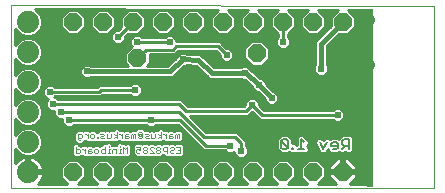
<source format=gbl>
G75*
%MOIN*%
%OFA0B0*%
%FSLAX25Y25*%
%IPPOS*%
%LPD*%
%AMOC8*
5,1,8,0,0,1.08239X$1,22.5*
%
%ADD10C,0.00000*%
%ADD11C,0.00600*%
%ADD12C,0.00400*%
%ADD13R,0.01969X0.59449*%
%ADD14C,0.03575*%
%ADD15C,0.07400*%
%ADD16OC8,0.06000*%
%ADD17C,0.01000*%
%ADD18C,0.02400*%
%ADD19C,0.01200*%
%ADD20C,0.03200*%
%ADD21C,0.01600*%
D10*
X0001250Y0002383D02*
X0001250Y0063593D01*
X0142451Y0063343D01*
X0142451Y0002383D01*
X0001250Y0002383D01*
D11*
X0091424Y0016000D02*
X0091991Y0015433D01*
X0093126Y0015433D01*
X0093693Y0016000D01*
X0091424Y0018269D01*
X0091424Y0016000D01*
X0093693Y0016000D02*
X0093693Y0018269D01*
X0093126Y0018836D01*
X0091991Y0018836D01*
X0091424Y0018269D01*
X0094967Y0016000D02*
X0094967Y0015433D01*
X0095534Y0015433D01*
X0095534Y0016000D01*
X0094967Y0016000D01*
X0096949Y0015433D02*
X0099217Y0015433D01*
X0098083Y0015433D02*
X0098083Y0018836D01*
X0099217Y0017701D01*
X0104315Y0017701D02*
X0105449Y0015433D01*
X0106584Y0017701D01*
X0107998Y0017134D02*
X0107998Y0016567D01*
X0110267Y0016567D01*
X0110267Y0016000D02*
X0110267Y0017134D01*
X0109700Y0017701D01*
X0108565Y0017701D01*
X0107998Y0017134D01*
X0109700Y0015433D02*
X0110267Y0016000D01*
X0109700Y0015433D02*
X0108565Y0015433D01*
X0111681Y0015433D02*
X0112816Y0016567D01*
X0112249Y0016567D02*
X0113950Y0016567D01*
X0113950Y0015433D02*
X0113950Y0018836D01*
X0112249Y0018836D01*
X0111681Y0018269D01*
X0111681Y0017134D01*
X0112249Y0016567D01*
D12*
X0057800Y0016084D02*
X0057800Y0014083D01*
X0056466Y0014083D01*
X0055590Y0014416D02*
X0055257Y0014083D01*
X0054589Y0014083D01*
X0054256Y0014416D01*
X0054256Y0014750D01*
X0054589Y0015084D01*
X0055257Y0015084D01*
X0055590Y0015417D01*
X0055590Y0015751D01*
X0055257Y0016084D01*
X0054589Y0016084D01*
X0054256Y0015751D01*
X0053380Y0016084D02*
X0052379Y0016084D01*
X0052046Y0015751D01*
X0052046Y0015084D01*
X0052379Y0014750D01*
X0053380Y0014750D01*
X0053380Y0014083D02*
X0053380Y0016084D01*
X0051170Y0015751D02*
X0051170Y0015417D01*
X0050837Y0015084D01*
X0050170Y0015084D01*
X0049836Y0014750D01*
X0049836Y0014416D01*
X0050170Y0014083D01*
X0050837Y0014083D01*
X0051170Y0014416D01*
X0051170Y0014750D01*
X0050837Y0015084D01*
X0050170Y0015084D02*
X0049836Y0015417D01*
X0049836Y0015751D01*
X0050170Y0016084D01*
X0050837Y0016084D01*
X0051170Y0015751D01*
X0048960Y0015751D02*
X0048627Y0016084D01*
X0047960Y0016084D01*
X0047626Y0015751D01*
X0047626Y0015417D01*
X0048960Y0014083D01*
X0047626Y0014083D01*
X0046751Y0014416D02*
X0046751Y0014750D01*
X0046417Y0015084D01*
X0045750Y0015084D01*
X0045416Y0014750D01*
X0045416Y0014416D01*
X0045750Y0014083D01*
X0046417Y0014083D01*
X0046751Y0014416D01*
X0046417Y0015084D02*
X0046751Y0015417D01*
X0046751Y0015751D01*
X0046417Y0016084D01*
X0045750Y0016084D01*
X0045416Y0015751D01*
X0045416Y0015417D01*
X0045750Y0015084D01*
X0044541Y0015084D02*
X0043873Y0015417D01*
X0043540Y0015417D01*
X0043206Y0015084D01*
X0043206Y0014416D01*
X0043540Y0014083D01*
X0044207Y0014083D01*
X0044541Y0014416D01*
X0044541Y0015084D02*
X0044541Y0016084D01*
X0043206Y0016084D01*
X0040121Y0016084D02*
X0040121Y0014083D01*
X0038786Y0014083D02*
X0038786Y0016084D01*
X0039454Y0015417D01*
X0040121Y0016084D01*
X0037911Y0015417D02*
X0037577Y0015417D01*
X0037577Y0014083D01*
X0037244Y0014083D02*
X0037911Y0014083D01*
X0036438Y0014083D02*
X0036438Y0015417D01*
X0035437Y0015417D01*
X0035103Y0015084D01*
X0035103Y0014083D01*
X0034228Y0014083D02*
X0033561Y0014083D01*
X0033894Y0014083D02*
X0033894Y0015417D01*
X0034228Y0015417D01*
X0033894Y0016084D02*
X0033894Y0016418D01*
X0032755Y0016084D02*
X0032755Y0014083D01*
X0031754Y0014083D01*
X0031420Y0014416D01*
X0031420Y0015084D01*
X0031754Y0015417D01*
X0032755Y0015417D01*
X0030545Y0015084D02*
X0030545Y0014416D01*
X0030211Y0014083D01*
X0029544Y0014083D01*
X0029210Y0014416D01*
X0029210Y0015084D01*
X0029544Y0015417D01*
X0030211Y0015417D01*
X0030545Y0015084D01*
X0028335Y0014416D02*
X0028001Y0014750D01*
X0027000Y0014750D01*
X0027000Y0015084D02*
X0027000Y0014083D01*
X0028001Y0014083D01*
X0028335Y0014416D01*
X0027334Y0015417D02*
X0027000Y0015084D01*
X0027334Y0015417D02*
X0028001Y0015417D01*
X0026125Y0015417D02*
X0026125Y0014083D01*
X0026125Y0014750D02*
X0025458Y0015417D01*
X0025124Y0015417D01*
X0024283Y0015084D02*
X0023950Y0015417D01*
X0022949Y0015417D01*
X0022949Y0016084D02*
X0022949Y0014083D01*
X0023950Y0014083D01*
X0024283Y0014416D01*
X0024283Y0015084D01*
X0024138Y0018416D02*
X0023804Y0018749D01*
X0023804Y0020417D01*
X0024805Y0020417D01*
X0025138Y0020084D01*
X0025138Y0019416D01*
X0024805Y0019083D01*
X0023804Y0019083D01*
X0024138Y0018416D02*
X0024471Y0018416D01*
X0026980Y0019083D02*
X0026980Y0020417D01*
X0026980Y0019750D02*
X0026313Y0020417D01*
X0025979Y0020417D01*
X0027855Y0020084D02*
X0027855Y0019416D01*
X0028189Y0019083D01*
X0028856Y0019083D01*
X0029190Y0019416D01*
X0029190Y0020084D01*
X0028856Y0020417D01*
X0028189Y0020417D01*
X0027855Y0020084D01*
X0029961Y0019416D02*
X0029961Y0019083D01*
X0030295Y0019083D01*
X0030295Y0019416D01*
X0029961Y0019416D01*
X0031170Y0019416D02*
X0031504Y0019083D01*
X0032505Y0019083D01*
X0032171Y0019750D02*
X0031504Y0019750D01*
X0031170Y0019416D01*
X0031170Y0020417D02*
X0032171Y0020417D01*
X0032505Y0020084D01*
X0032171Y0019750D01*
X0033380Y0019083D02*
X0033380Y0020417D01*
X0034715Y0020417D02*
X0034715Y0019416D01*
X0034381Y0019083D01*
X0033380Y0019083D01*
X0035555Y0019083D02*
X0036556Y0019750D01*
X0035555Y0020417D01*
X0036556Y0021084D02*
X0036556Y0019083D01*
X0037730Y0020417D02*
X0038398Y0019750D01*
X0038398Y0019083D02*
X0038398Y0020417D01*
X0037730Y0020417D02*
X0037397Y0020417D01*
X0039273Y0020084D02*
X0039273Y0019083D01*
X0040274Y0019083D01*
X0040608Y0019416D01*
X0040274Y0019750D01*
X0039273Y0019750D01*
X0039273Y0020084D02*
X0039607Y0020417D01*
X0040274Y0020417D01*
X0041483Y0020084D02*
X0041483Y0019083D01*
X0042150Y0019083D02*
X0042150Y0020084D01*
X0041817Y0020417D01*
X0041483Y0020084D01*
X0042150Y0020084D02*
X0042484Y0020417D01*
X0042817Y0020417D01*
X0042817Y0019083D01*
X0043693Y0019416D02*
X0044026Y0019083D01*
X0044694Y0019083D01*
X0045027Y0019416D01*
X0045027Y0020751D01*
X0044694Y0021084D01*
X0044026Y0021084D01*
X0043693Y0020751D01*
X0043693Y0020084D01*
X0044026Y0019750D01*
X0044026Y0020417D01*
X0044694Y0020417D01*
X0044694Y0019750D01*
X0044026Y0019750D01*
X0045903Y0019416D02*
X0046236Y0019750D01*
X0046904Y0019750D01*
X0047237Y0020084D01*
X0046904Y0020417D01*
X0045903Y0020417D01*
X0045903Y0019416D02*
X0046236Y0019083D01*
X0047237Y0019083D01*
X0048113Y0019083D02*
X0048113Y0020417D01*
X0049447Y0020417D02*
X0049447Y0019416D01*
X0049113Y0019083D01*
X0048113Y0019083D01*
X0050288Y0019083D02*
X0051289Y0019750D01*
X0050288Y0020417D01*
X0051289Y0021084D02*
X0051289Y0019083D01*
X0052129Y0020417D02*
X0052463Y0020417D01*
X0053130Y0019750D01*
X0053130Y0019083D02*
X0053130Y0020417D01*
X0054006Y0020084D02*
X0054006Y0019083D01*
X0055007Y0019083D01*
X0055340Y0019416D01*
X0055007Y0019750D01*
X0054006Y0019750D01*
X0054006Y0020084D02*
X0054339Y0020417D01*
X0055007Y0020417D01*
X0056216Y0020084D02*
X0056216Y0019083D01*
X0056883Y0019083D02*
X0056883Y0020084D01*
X0056549Y0020417D01*
X0056216Y0020084D01*
X0056883Y0020084D02*
X0057216Y0020417D01*
X0057550Y0020417D01*
X0057550Y0019083D01*
X0057800Y0016084D02*
X0056466Y0016084D01*
X0057133Y0015084D02*
X0057800Y0015084D01*
X0037577Y0016084D02*
X0037577Y0016418D01*
D13*
X0121016Y0032627D03*
D14*
X0121016Y0043611D03*
X0121016Y0058611D03*
D15*
X0007000Y0057883D03*
X0007000Y0047883D03*
X0007000Y0037883D03*
X0007000Y0027883D03*
X0007000Y0017883D03*
X0007000Y0007883D03*
D16*
X0022000Y0007883D03*
X0032000Y0007883D03*
X0042000Y0007883D03*
X0052000Y0007883D03*
X0062000Y0007883D03*
X0072000Y0007883D03*
X0082000Y0007883D03*
X0092000Y0007883D03*
X0102000Y0007883D03*
X0112000Y0007883D03*
X0043500Y0045883D03*
X0042000Y0057883D03*
X0032000Y0057883D03*
X0022000Y0057883D03*
X0052000Y0057883D03*
X0062000Y0057883D03*
X0072000Y0057883D03*
X0082000Y0057883D03*
X0092000Y0057883D03*
X0102000Y0057883D03*
X0112000Y0057883D03*
X0083250Y0047383D03*
D17*
X0087350Y0047066D02*
X0102850Y0047066D01*
X0102850Y0046067D02*
X0087350Y0046067D01*
X0087350Y0045684D02*
X0084948Y0043283D01*
X0081552Y0043283D01*
X0079150Y0045684D01*
X0079150Y0049081D01*
X0081552Y0051483D01*
X0084948Y0051483D01*
X0087350Y0049081D01*
X0087350Y0045684D01*
X0086734Y0045069D02*
X0102850Y0045069D01*
X0102850Y0044070D02*
X0085736Y0044070D01*
X0081312Y0042073D02*
X0102450Y0042073D01*
X0102450Y0041180D02*
X0102450Y0043085D01*
X0102850Y0043485D01*
X0102850Y0051420D01*
X0107900Y0056470D01*
X0107900Y0059581D01*
X0110219Y0061900D01*
X0103769Y0061912D01*
X0106100Y0059581D01*
X0106100Y0056184D01*
X0103698Y0053783D01*
X0100302Y0053783D01*
X0097900Y0056184D01*
X0097900Y0059581D01*
X0100237Y0061918D01*
X0093751Y0061930D01*
X0096100Y0059581D01*
X0096100Y0056184D01*
X0093698Y0053783D01*
X0093600Y0053783D01*
X0093600Y0052785D01*
X0094300Y0052085D01*
X0094300Y0050180D01*
X0092953Y0048833D01*
X0091047Y0048833D01*
X0089700Y0050180D01*
X0089700Y0052085D01*
X0090400Y0052785D01*
X0090400Y0053783D01*
X0090302Y0053783D01*
X0087900Y0056184D01*
X0087900Y0059581D01*
X0090255Y0061936D01*
X0083734Y0061947D01*
X0086100Y0059581D01*
X0086100Y0056184D01*
X0083698Y0053783D01*
X0080302Y0053783D01*
X0077900Y0056184D01*
X0077900Y0059581D01*
X0080272Y0061953D01*
X0073716Y0061965D01*
X0076100Y0059581D01*
X0076100Y0056184D01*
X0073698Y0053783D01*
X0070302Y0053783D01*
X0067900Y0056184D01*
X0067900Y0059581D01*
X0070290Y0061971D01*
X0009412Y0062079D01*
X0009719Y0061952D01*
X0011069Y0060602D01*
X0011800Y0058838D01*
X0011800Y0056928D01*
X0011069Y0055164D01*
X0009719Y0053814D01*
X0007955Y0053083D01*
X0006045Y0053083D01*
X0004281Y0053814D01*
X0002931Y0055164D01*
X0002750Y0055600D01*
X0002750Y0050165D01*
X0002931Y0050602D01*
X0004281Y0051952D01*
X0006045Y0052683D01*
X0007955Y0052683D01*
X0009719Y0051952D01*
X0011069Y0050602D01*
X0011800Y0048838D01*
X0011800Y0046928D01*
X0011069Y0045164D01*
X0009719Y0043814D01*
X0007955Y0043083D01*
X0006045Y0043083D01*
X0004281Y0043814D01*
X0002931Y0045164D01*
X0002750Y0045600D01*
X0002750Y0040165D01*
X0002931Y0040602D01*
X0004281Y0041952D01*
X0006045Y0042683D01*
X0007955Y0042683D01*
X0009719Y0041952D01*
X0011069Y0040602D01*
X0011800Y0038838D01*
X0011800Y0036928D01*
X0011069Y0035164D01*
X0009719Y0033814D01*
X0007955Y0033083D01*
X0006045Y0033083D01*
X0004281Y0033814D01*
X0002931Y0035164D01*
X0002750Y0035600D01*
X0002750Y0030165D01*
X0002931Y0030602D01*
X0004281Y0031952D01*
X0006045Y0032683D01*
X0007955Y0032683D01*
X0009719Y0031952D01*
X0011069Y0030602D01*
X0011800Y0028838D01*
X0011800Y0026928D01*
X0011069Y0025164D01*
X0009719Y0023814D01*
X0007955Y0023083D01*
X0006045Y0023083D01*
X0004281Y0023814D01*
X0002931Y0025164D01*
X0002750Y0025600D01*
X0002750Y0020165D01*
X0002931Y0020602D01*
X0004281Y0021952D01*
X0006045Y0022683D01*
X0007955Y0022683D01*
X0009719Y0021952D01*
X0011069Y0020602D01*
X0011800Y0018838D01*
X0011800Y0016928D01*
X0011069Y0015164D01*
X0009719Y0013814D01*
X0007955Y0013083D01*
X0006045Y0013083D01*
X0004281Y0013814D01*
X0002931Y0015164D01*
X0002750Y0015600D01*
X0002750Y0010880D01*
X0003034Y0011270D01*
X0003612Y0011849D01*
X0004275Y0012330D01*
X0005004Y0012702D01*
X0005782Y0012955D01*
X0006500Y0013068D01*
X0006500Y0008383D01*
X0007500Y0008383D01*
X0007500Y0013068D01*
X0008218Y0012955D01*
X0008996Y0012702D01*
X0009725Y0012330D01*
X0010388Y0011849D01*
X0010966Y0011270D01*
X0011447Y0010608D01*
X0011819Y0009879D01*
X0012072Y0009100D01*
X0012186Y0008383D01*
X0007500Y0008383D01*
X0007500Y0007383D01*
X0012186Y0007383D01*
X0012072Y0006665D01*
X0011819Y0005887D01*
X0011447Y0005157D01*
X0010966Y0004495D01*
X0010388Y0003916D01*
X0010341Y0003883D01*
X0020202Y0003883D01*
X0017900Y0006184D01*
X0017900Y0009581D01*
X0020302Y0011983D01*
X0023698Y0011983D01*
X0026100Y0009581D01*
X0026100Y0006184D01*
X0023798Y0003883D01*
X0030202Y0003883D01*
X0027900Y0006184D01*
X0027900Y0009581D01*
X0030302Y0011983D01*
X0033698Y0011983D01*
X0036100Y0009581D01*
X0036100Y0006184D01*
X0033798Y0003883D01*
X0040202Y0003883D01*
X0037900Y0006184D01*
X0037900Y0009581D01*
X0040302Y0011983D01*
X0043698Y0011983D01*
X0046100Y0009581D01*
X0046100Y0006184D01*
X0043798Y0003883D01*
X0050202Y0003883D01*
X0047900Y0006184D01*
X0047900Y0009581D01*
X0050302Y0011983D01*
X0053698Y0011983D01*
X0056100Y0009581D01*
X0056100Y0006184D01*
X0053798Y0003883D01*
X0060202Y0003883D01*
X0057900Y0006184D01*
X0057900Y0009581D01*
X0060302Y0011983D01*
X0063698Y0011983D01*
X0066100Y0009581D01*
X0066100Y0006184D01*
X0063798Y0003883D01*
X0070202Y0003883D01*
X0067900Y0006184D01*
X0067900Y0009581D01*
X0070302Y0011983D01*
X0073698Y0011983D01*
X0076100Y0009581D01*
X0076100Y0006184D01*
X0073798Y0003883D01*
X0080202Y0003883D01*
X0077900Y0006184D01*
X0077900Y0009581D01*
X0080302Y0011983D01*
X0083698Y0011983D01*
X0086100Y0009581D01*
X0086100Y0006184D01*
X0083798Y0003883D01*
X0090202Y0003883D01*
X0087900Y0006184D01*
X0087900Y0009581D01*
X0090302Y0011983D01*
X0093698Y0011983D01*
X0096100Y0009581D01*
X0096100Y0006184D01*
X0093798Y0003883D01*
X0100202Y0003883D01*
X0097900Y0006184D01*
X0097900Y0009581D01*
X0100302Y0011983D01*
X0103698Y0011983D01*
X0106100Y0009581D01*
X0106100Y0006184D01*
X0103798Y0003883D01*
X0109636Y0003883D01*
X0107500Y0006019D01*
X0107500Y0007383D01*
X0111500Y0007383D01*
X0111500Y0008383D01*
X0111500Y0012383D01*
X0110136Y0012383D01*
X0107500Y0009747D01*
X0107500Y0008383D01*
X0111500Y0008383D01*
X0112500Y0008383D01*
X0112500Y0012383D01*
X0113864Y0012383D01*
X0116500Y0009747D01*
X0116500Y0008383D01*
X0112500Y0008383D01*
X0112500Y0007383D01*
X0116500Y0007383D01*
X0116500Y0006019D01*
X0114364Y0003883D01*
X0118931Y0003883D01*
X0118931Y0041612D01*
X0118568Y0041976D01*
X0118128Y0043037D01*
X0118128Y0044185D01*
X0118568Y0045247D01*
X0118931Y0045610D01*
X0118931Y0056612D01*
X0118568Y0056976D01*
X0118128Y0058037D01*
X0118128Y0059185D01*
X0118568Y0060247D01*
X0118931Y0060610D01*
X0118931Y0061885D01*
X0113787Y0061894D01*
X0116100Y0059581D01*
X0116100Y0056184D01*
X0113698Y0053783D01*
X0110587Y0053783D01*
X0106650Y0049846D01*
X0106650Y0043485D01*
X0107050Y0043085D01*
X0107050Y0041180D01*
X0105703Y0039833D01*
X0103797Y0039833D01*
X0102450Y0041180D01*
X0102555Y0041075D02*
X0082329Y0041075D01*
X0081550Y0041810D02*
X0081550Y0041835D01*
X0080203Y0043183D01*
X0078297Y0043183D01*
X0077897Y0042783D01*
X0069005Y0042783D01*
X0065109Y0046463D01*
X0064631Y0046991D01*
X0064545Y0046995D01*
X0064482Y0047054D01*
X0063770Y0047034D01*
X0060171Y0047214D01*
X0059703Y0047683D01*
X0057797Y0047683D01*
X0056450Y0046335D01*
X0056450Y0045880D01*
X0053528Y0043283D01*
X0046698Y0043283D01*
X0047600Y0044184D01*
X0047600Y0047033D01*
X0055913Y0047033D01*
X0056850Y0047970D01*
X0057163Y0048283D01*
X0069587Y0048283D01*
X0070950Y0046920D01*
X0070950Y0045930D01*
X0072297Y0044583D01*
X0074203Y0044583D01*
X0075550Y0045930D01*
X0075550Y0047835D01*
X0074203Y0049183D01*
X0073213Y0049183D01*
X0071850Y0050545D01*
X0070913Y0051483D01*
X0056550Y0051483D01*
X0056550Y0052085D01*
X0055203Y0053433D01*
X0053297Y0053433D01*
X0052597Y0052733D01*
X0045153Y0052733D01*
X0044453Y0053433D01*
X0042547Y0053433D01*
X0041200Y0052085D01*
X0041200Y0050180D01*
X0041600Y0049781D01*
X0039400Y0047581D01*
X0039400Y0044184D01*
X0040302Y0043283D01*
X0028103Y0043283D01*
X0027703Y0043683D01*
X0025797Y0043683D01*
X0024450Y0042335D01*
X0024450Y0040430D01*
X0025797Y0039083D01*
X0027703Y0039083D01*
X0028103Y0039483D01*
X0054194Y0039483D01*
X0054924Y0039440D01*
X0054972Y0039483D01*
X0055037Y0039483D01*
X0055554Y0040000D01*
X0059022Y0043083D01*
X0059703Y0043083D01*
X0060036Y0043416D01*
X0062955Y0043270D01*
X0066926Y0039520D01*
X0067463Y0038983D01*
X0067495Y0038983D01*
X0067518Y0038961D01*
X0068277Y0038983D01*
X0077897Y0038983D01*
X0078297Y0038583D01*
X0079433Y0038583D01*
X0081700Y0036442D01*
X0081700Y0035930D01*
X0083047Y0034583D01*
X0083613Y0034583D01*
X0085950Y0032246D01*
X0085950Y0031680D01*
X0087297Y0030333D01*
X0089203Y0030333D01*
X0090550Y0031680D01*
X0090550Y0033585D01*
X0089203Y0034933D01*
X0088637Y0034933D01*
X0086300Y0037270D01*
X0086300Y0037835D01*
X0084953Y0039183D01*
X0084332Y0039183D01*
X0081550Y0041810D01*
X0080314Y0043072D02*
X0102450Y0043072D01*
X0106650Y0044070D02*
X0118128Y0044070D01*
X0118494Y0045069D02*
X0106650Y0045069D01*
X0106650Y0046067D02*
X0118931Y0046067D01*
X0118931Y0047066D02*
X0106650Y0047066D01*
X0106650Y0048064D02*
X0118931Y0048064D01*
X0118931Y0049063D02*
X0106650Y0049063D01*
X0106866Y0050061D02*
X0118931Y0050061D01*
X0118931Y0051060D02*
X0107864Y0051060D01*
X0108863Y0052058D02*
X0118931Y0052058D01*
X0118931Y0053057D02*
X0109861Y0053057D01*
X0106484Y0055054D02*
X0104969Y0055054D01*
X0105486Y0054055D02*
X0103971Y0054055D01*
X0104487Y0053057D02*
X0093600Y0053057D01*
X0094300Y0052058D02*
X0103489Y0052058D01*
X0102850Y0051060D02*
X0094300Y0051060D01*
X0094181Y0050061D02*
X0102850Y0050061D01*
X0102850Y0049063D02*
X0093183Y0049063D01*
X0090817Y0049063D02*
X0087350Y0049063D01*
X0087350Y0048064D02*
X0102850Y0048064D01*
X0092000Y0051133D02*
X0092000Y0057883D01*
X0096100Y0058049D02*
X0097900Y0058049D01*
X0097900Y0059048D02*
X0096100Y0059048D01*
X0095635Y0060046D02*
X0098365Y0060046D01*
X0099364Y0061045D02*
X0094636Y0061045D01*
X0089364Y0061045D02*
X0084636Y0061045D01*
X0085635Y0060046D02*
X0088365Y0060046D01*
X0087900Y0059048D02*
X0086100Y0059048D01*
X0086100Y0058049D02*
X0087900Y0058049D01*
X0087900Y0057051D02*
X0086100Y0057051D01*
X0085968Y0056052D02*
X0088032Y0056052D01*
X0089031Y0055054D02*
X0084969Y0055054D01*
X0083971Y0054055D02*
X0090029Y0054055D01*
X0090400Y0053057D02*
X0055579Y0053057D01*
X0056550Y0052058D02*
X0089700Y0052058D01*
X0089700Y0051060D02*
X0085371Y0051060D01*
X0086370Y0050061D02*
X0089819Y0050061D01*
X0093971Y0054055D02*
X0100029Y0054055D01*
X0099031Y0055054D02*
X0094969Y0055054D01*
X0095968Y0056052D02*
X0098032Y0056052D01*
X0097900Y0057051D02*
X0096100Y0057051D01*
X0104636Y0061045D02*
X0109364Y0061045D01*
X0108365Y0060046D02*
X0105635Y0060046D01*
X0106100Y0059048D02*
X0107900Y0059048D01*
X0107900Y0058049D02*
X0106100Y0058049D01*
X0106100Y0057051D02*
X0107900Y0057051D01*
X0107483Y0056052D02*
X0105968Y0056052D01*
X0113971Y0054055D02*
X0118931Y0054055D01*
X0118931Y0055054D02*
X0114969Y0055054D01*
X0115968Y0056052D02*
X0118931Y0056052D01*
X0118537Y0057051D02*
X0116100Y0057051D01*
X0116100Y0058049D02*
X0118128Y0058049D01*
X0118128Y0059048D02*
X0116100Y0059048D01*
X0115635Y0060046D02*
X0118485Y0060046D01*
X0118931Y0061045D02*
X0114636Y0061045D01*
X0081129Y0051060D02*
X0071336Y0051060D01*
X0072334Y0050061D02*
X0080130Y0050061D01*
X0079150Y0049063D02*
X0074323Y0049063D01*
X0075321Y0048064D02*
X0079150Y0048064D01*
X0079150Y0047066D02*
X0075550Y0047066D01*
X0075550Y0046067D02*
X0079150Y0046067D01*
X0079766Y0045069D02*
X0074689Y0045069D01*
X0071811Y0045069D02*
X0066585Y0045069D01*
X0067642Y0044070D02*
X0080764Y0044070D01*
X0078186Y0043072D02*
X0068699Y0043072D01*
X0065280Y0041075D02*
X0056763Y0041075D01*
X0055640Y0040076D02*
X0066337Y0040076D01*
X0067368Y0039078D02*
X0011701Y0039078D01*
X0011800Y0038079D02*
X0079966Y0038079D01*
X0081023Y0037081D02*
X0044055Y0037081D01*
X0043703Y0037433D02*
X0041797Y0037433D01*
X0041097Y0036733D01*
X0031658Y0036733D01*
X0031164Y0036832D01*
X0031016Y0036733D01*
X0030837Y0036733D01*
X0030481Y0036376D01*
X0030266Y0036233D01*
X0015903Y0036233D01*
X0015203Y0036933D01*
X0013297Y0036933D01*
X0011950Y0035585D01*
X0011950Y0033680D01*
X0013297Y0032333D01*
X0013697Y0032333D01*
X0012950Y0031585D01*
X0012950Y0029680D01*
X0014297Y0028333D01*
X0015700Y0028333D01*
X0015700Y0026930D01*
X0017047Y0025583D01*
X0018450Y0025583D01*
X0018450Y0024180D01*
X0019797Y0022833D01*
X0021703Y0022833D01*
X0022403Y0023533D01*
X0046347Y0023533D01*
X0047047Y0022833D01*
X0048953Y0022833D01*
X0049653Y0023533D01*
X0057087Y0023533D01*
X0064650Y0015970D01*
X0065587Y0015033D01*
X0072847Y0015033D01*
X0073547Y0014333D01*
X0075453Y0014333D01*
X0075700Y0014580D01*
X0075700Y0013930D01*
X0077047Y0012583D01*
X0078953Y0012583D01*
X0080300Y0013930D01*
X0080300Y0015835D01*
X0079600Y0016535D01*
X0079600Y0018295D01*
X0078663Y0019233D01*
X0076663Y0021233D01*
X0066413Y0021233D01*
X0061113Y0026533D01*
X0080413Y0026533D01*
X0081713Y0027833D01*
X0081787Y0027833D01*
X0084337Y0025283D01*
X0108597Y0025283D01*
X0109297Y0024583D01*
X0111203Y0024583D01*
X0112550Y0025930D01*
X0112550Y0027835D01*
X0111203Y0029183D01*
X0109297Y0029183D01*
X0108597Y0028483D01*
X0085663Y0028483D01*
X0084050Y0030095D01*
X0084050Y0031085D01*
X0082703Y0032433D01*
X0080797Y0032433D01*
X0079450Y0031085D01*
X0079450Y0030095D01*
X0079087Y0029733D01*
X0060413Y0029733D01*
X0057913Y0032233D01*
X0016903Y0032233D01*
X0016203Y0032933D01*
X0015803Y0032933D01*
X0015903Y0033033D01*
X0030592Y0033033D01*
X0031086Y0032934D01*
X0031234Y0033033D01*
X0031413Y0033033D01*
X0031769Y0033389D01*
X0031984Y0033533D01*
X0041097Y0033533D01*
X0041797Y0032833D01*
X0043703Y0032833D01*
X0045050Y0034180D01*
X0045050Y0036085D01*
X0043703Y0037433D01*
X0045050Y0036082D02*
X0081700Y0036082D01*
X0082546Y0035084D02*
X0045050Y0035084D01*
X0044955Y0034085D02*
X0084111Y0034085D01*
X0085109Y0033087D02*
X0043957Y0033087D01*
X0041543Y0033087D02*
X0031467Y0033087D01*
X0030750Y0034633D02*
X0031500Y0035133D01*
X0042750Y0035133D01*
X0041445Y0037081D02*
X0011800Y0037081D01*
X0011450Y0036082D02*
X0012447Y0036082D01*
X0011950Y0035084D02*
X0010989Y0035084D01*
X0011950Y0034085D02*
X0009991Y0034085D01*
X0007964Y0033087D02*
X0012543Y0033087D01*
X0013453Y0032088D02*
X0009390Y0032088D01*
X0010581Y0031090D02*
X0012950Y0031090D01*
X0012950Y0030091D02*
X0011281Y0030091D01*
X0011694Y0029093D02*
X0013537Y0029093D01*
X0011800Y0028094D02*
X0015700Y0028094D01*
X0015700Y0027096D02*
X0011800Y0027096D01*
X0011456Y0026097D02*
X0016533Y0026097D01*
X0018450Y0025099D02*
X0011004Y0025099D01*
X0010005Y0024100D02*
X0018530Y0024100D01*
X0019529Y0023102D02*
X0008000Y0023102D01*
X0009354Y0022103D02*
X0035736Y0022103D01*
X0036018Y0022384D02*
X0035331Y0021698D01*
X0035282Y0021688D01*
X0035253Y0021717D01*
X0034176Y0021717D01*
X0034047Y0021588D01*
X0033919Y0021717D01*
X0032842Y0021717D01*
X0032776Y0021651D01*
X0032710Y0021717D01*
X0032710Y0021717D01*
X0032710Y0021717D01*
X0032166Y0021717D01*
X0031633Y0021717D01*
X0030632Y0021717D01*
X0030013Y0021099D01*
X0029765Y0021347D01*
X0029395Y0021717D01*
X0029395Y0021717D01*
X0029395Y0021717D01*
X0028862Y0021717D01*
X0028318Y0021717D01*
X0027651Y0021717D01*
X0027584Y0021651D01*
X0027518Y0021717D01*
X0025441Y0021717D01*
X0025392Y0021669D01*
X0025343Y0021717D01*
X0024810Y0021717D01*
X0024266Y0021717D01*
X0023265Y0021717D01*
X0022504Y0020956D01*
X0022504Y0018211D01*
X0023265Y0017449D01*
X0023330Y0017384D01*
X0022411Y0017384D01*
X0021649Y0016623D01*
X0021649Y0013544D01*
X0022411Y0012783D01*
X0024488Y0012783D01*
X0024822Y0013116D01*
X0025037Y0013332D01*
X0025587Y0012783D01*
X0028540Y0012783D01*
X0028773Y0013016D01*
X0029005Y0012783D01*
X0029005Y0012783D01*
X0029006Y0012783D01*
X0029550Y0012783D01*
X0030750Y0012783D01*
X0030983Y0013016D01*
X0031215Y0012783D01*
X0031215Y0012783D01*
X0031215Y0012783D01*
X0031759Y0012783D01*
X0035642Y0012783D01*
X0035771Y0012912D01*
X0035899Y0012783D01*
X0039325Y0012783D01*
X0039454Y0012912D01*
X0039582Y0012783D01*
X0040659Y0012783D01*
X0041421Y0013544D01*
X0041421Y0016623D01*
X0040659Y0017384D01*
X0039582Y0017384D01*
X0039454Y0017256D01*
X0039325Y0017384D01*
X0038450Y0017384D01*
X0038116Y0017718D01*
X0037039Y0017718D01*
X0036277Y0016957D01*
X0036277Y0016717D01*
X0035194Y0016717D01*
X0035194Y0016957D01*
X0034433Y0017718D01*
X0033356Y0017718D01*
X0033022Y0017384D01*
X0032216Y0017384D01*
X0031549Y0016717D01*
X0031215Y0016717D01*
X0030983Y0016484D01*
X0030750Y0016717D01*
X0030750Y0016717D01*
X0030750Y0016717D01*
X0030217Y0016717D01*
X0029673Y0016717D01*
X0029005Y0016717D01*
X0028773Y0016484D01*
X0028540Y0016717D01*
X0026796Y0016717D01*
X0026730Y0016651D01*
X0026664Y0016717D01*
X0024586Y0016717D01*
X0024537Y0016669D01*
X0024488Y0016717D01*
X0024155Y0016717D01*
X0023756Y0017116D01*
X0025010Y0017116D01*
X0025771Y0017877D01*
X0025771Y0018211D01*
X0025892Y0018332D01*
X0026441Y0017783D01*
X0027518Y0017783D01*
X0027584Y0017849D01*
X0027651Y0017783D01*
X0028195Y0017783D01*
X0029395Y0017783D01*
X0029409Y0017797D01*
X0029423Y0017783D01*
X0030833Y0017783D01*
X0030899Y0017849D01*
X0030965Y0017783D01*
X0030965Y0017783D01*
X0030965Y0017783D01*
X0031509Y0017783D01*
X0034919Y0017783D01*
X0035004Y0017867D01*
X0035828Y0017702D01*
X0035990Y0017810D01*
X0036018Y0017783D01*
X0037095Y0017783D01*
X0037477Y0018165D01*
X0037859Y0017783D01*
X0040812Y0017783D01*
X0040878Y0017849D01*
X0040945Y0017783D01*
X0043356Y0017783D01*
X0043422Y0017849D01*
X0043488Y0017783D01*
X0043488Y0017783D01*
X0043488Y0017783D01*
X0044021Y0017783D01*
X0045232Y0017783D01*
X0045465Y0018016D01*
X0045698Y0017783D01*
X0045698Y0017783D01*
X0045698Y0017783D01*
X0046242Y0017783D01*
X0049652Y0017783D01*
X0049736Y0017867D01*
X0050561Y0017702D01*
X0050723Y0017810D01*
X0050750Y0017783D01*
X0051827Y0017783D01*
X0052209Y0018165D01*
X0052592Y0017783D01*
X0055545Y0017783D01*
X0055611Y0017849D01*
X0055677Y0017783D01*
X0057421Y0017783D01*
X0058088Y0017783D01*
X0058850Y0018544D01*
X0058850Y0020956D01*
X0058088Y0021717D01*
X0056544Y0021717D01*
X0056011Y0021717D01*
X0056011Y0021717D01*
X0056011Y0021717D01*
X0055778Y0021484D01*
X0055545Y0021717D01*
X0053801Y0021717D01*
X0053735Y0021651D01*
X0053669Y0021717D01*
X0052494Y0021717D01*
X0051827Y0022384D01*
X0050750Y0022384D01*
X0050064Y0021698D01*
X0050014Y0021688D01*
X0049986Y0021717D01*
X0048909Y0021717D01*
X0048780Y0021588D01*
X0048651Y0021717D01*
X0047574Y0021717D01*
X0047508Y0021651D01*
X0047442Y0021717D01*
X0046898Y0021717D01*
X0046365Y0021717D01*
X0045899Y0021717D01*
X0045783Y0021834D01*
X0045232Y0022384D01*
X0045232Y0022384D01*
X0045232Y0022384D01*
X0044887Y0022384D01*
X0044155Y0022384D01*
X0043488Y0022384D01*
X0043154Y0022051D01*
X0042821Y0021717D01*
X0041811Y0021717D01*
X0041278Y0021717D01*
X0041045Y0021484D01*
X0040812Y0021717D01*
X0039068Y0021717D01*
X0039002Y0021651D01*
X0038936Y0021717D01*
X0037762Y0021717D01*
X0037095Y0022384D01*
X0036018Y0022384D01*
X0037376Y0022103D02*
X0043207Y0022103D01*
X0043154Y0022051D02*
X0043154Y0022051D01*
X0044155Y0022384D02*
X0044155Y0022384D01*
X0045514Y0022103D02*
X0050469Y0022103D01*
X0049221Y0023102D02*
X0057519Y0023102D01*
X0058517Y0022103D02*
X0052109Y0022103D01*
X0047442Y0021717D02*
X0047442Y0021717D01*
X0047442Y0021717D01*
X0046365Y0021717D02*
X0046365Y0021717D01*
X0046779Y0023102D02*
X0021971Y0023102D01*
X0024266Y0021717D02*
X0024266Y0021717D01*
X0025343Y0021717D02*
X0025343Y0021717D01*
X0025343Y0021717D01*
X0022653Y0021104D02*
X0010566Y0021104D01*
X0011275Y0020106D02*
X0022504Y0020106D01*
X0022504Y0019107D02*
X0011688Y0019107D01*
X0011800Y0018109D02*
X0022606Y0018109D01*
X0022137Y0017110D02*
X0011800Y0017110D01*
X0011462Y0016112D02*
X0021649Y0016112D01*
X0023762Y0017110D02*
X0031942Y0017110D01*
X0029673Y0016717D02*
X0029673Y0016717D01*
X0027651Y0017783D02*
X0027651Y0017783D01*
X0027651Y0017783D01*
X0026115Y0018109D02*
X0025771Y0018109D01*
X0024488Y0016717D02*
X0024488Y0016717D01*
X0024488Y0016717D01*
X0021649Y0015113D02*
X0011019Y0015113D01*
X0010020Y0014115D02*
X0021649Y0014115D01*
X0022077Y0013116D02*
X0008036Y0013116D01*
X0007500Y0012118D02*
X0006500Y0012118D01*
X0005964Y0013116D02*
X0002750Y0013116D01*
X0002750Y0012118D02*
X0003982Y0012118D01*
X0002924Y0011119D02*
X0002750Y0011119D01*
X0006500Y0011119D02*
X0007500Y0011119D01*
X0007500Y0010121D02*
X0006500Y0010121D01*
X0006500Y0009122D02*
X0007500Y0009122D01*
X0007500Y0008124D02*
X0017900Y0008124D01*
X0017900Y0009122D02*
X0012065Y0009122D01*
X0011696Y0010121D02*
X0018440Y0010121D01*
X0019438Y0011119D02*
X0011076Y0011119D01*
X0010018Y0012118D02*
X0109871Y0012118D01*
X0111500Y0012118D02*
X0112500Y0012118D01*
X0114129Y0012118D02*
X0118931Y0012118D01*
X0118931Y0013116D02*
X0079486Y0013116D01*
X0080300Y0014115D02*
X0091329Y0014115D01*
X0091411Y0014033D02*
X0093705Y0014033D01*
X0094046Y0014374D01*
X0094387Y0014033D01*
X0096114Y0014033D01*
X0096242Y0014160D01*
X0096369Y0014033D01*
X0099797Y0014033D01*
X0100617Y0014853D01*
X0100617Y0016013D01*
X0100063Y0016567D01*
X0100617Y0017121D01*
X0100617Y0018281D01*
X0099483Y0019416D01*
X0098663Y0020236D01*
X0097503Y0020236D01*
X0096683Y0019416D01*
X0096683Y0016833D01*
X0096681Y0016833D01*
X0096114Y0017400D01*
X0095093Y0017400D01*
X0095093Y0018848D01*
X0094526Y0019416D01*
X0093705Y0020236D01*
X0091411Y0020236D01*
X0090844Y0019669D01*
X0090024Y0018848D01*
X0090024Y0015420D01*
X0090591Y0014853D01*
X0091411Y0014033D01*
X0090331Y0015113D02*
X0080300Y0015113D01*
X0078000Y0014883D02*
X0078000Y0017633D01*
X0076000Y0019633D01*
X0065750Y0019633D01*
X0057500Y0027883D01*
X0018000Y0027883D01*
X0015250Y0030633D02*
X0057250Y0030633D01*
X0059750Y0028133D01*
X0079750Y0028133D01*
X0081750Y0030133D01*
X0085000Y0026883D01*
X0110250Y0026883D01*
X0112550Y0027096D02*
X0118931Y0027096D01*
X0118931Y0026097D02*
X0112550Y0026097D01*
X0111718Y0025099D02*
X0118931Y0025099D01*
X0118931Y0024100D02*
X0063545Y0024100D01*
X0062547Y0025099D02*
X0108782Y0025099D01*
X0112291Y0028094D02*
X0118931Y0028094D01*
X0118931Y0029093D02*
X0111293Y0029093D01*
X0109207Y0029093D02*
X0085053Y0029093D01*
X0084054Y0030091D02*
X0118931Y0030091D01*
X0118931Y0031090D02*
X0089960Y0031090D01*
X0090550Y0032088D02*
X0118931Y0032088D01*
X0118931Y0033087D02*
X0090550Y0033087D01*
X0090050Y0034085D02*
X0118931Y0034085D01*
X0118931Y0035084D02*
X0088486Y0035084D01*
X0087488Y0036082D02*
X0118931Y0036082D01*
X0118931Y0037081D02*
X0086489Y0037081D01*
X0086056Y0038079D02*
X0118931Y0038079D01*
X0118931Y0039078D02*
X0085058Y0039078D01*
X0083386Y0040076D02*
X0103554Y0040076D01*
X0105946Y0040076D02*
X0118931Y0040076D01*
X0118931Y0041075D02*
X0106945Y0041075D01*
X0107050Y0042073D02*
X0118527Y0042073D01*
X0118128Y0043072D02*
X0107050Y0043072D01*
X0085950Y0032088D02*
X0083047Y0032088D01*
X0080453Y0032088D02*
X0058057Y0032088D01*
X0059056Y0031090D02*
X0079454Y0031090D01*
X0079446Y0030091D02*
X0060054Y0030091D01*
X0060500Y0031383D02*
X0066500Y0037383D01*
X0067000Y0037383D01*
X0067000Y0037883D01*
X0064222Y0042073D02*
X0057887Y0042073D01*
X0059010Y0043072D02*
X0063165Y0043072D01*
X0065528Y0046067D02*
X0070950Y0046067D01*
X0070804Y0047066D02*
X0063137Y0047066D01*
X0056944Y0048064D02*
X0069806Y0048064D01*
X0070250Y0049883D02*
X0056500Y0049883D01*
X0055250Y0048633D01*
X0046250Y0048633D01*
X0043500Y0045883D01*
X0047600Y0046067D02*
X0056450Y0046067D01*
X0055946Y0047066D02*
X0057180Y0047066D01*
X0055537Y0045069D02*
X0047600Y0045069D01*
X0047486Y0044070D02*
X0054414Y0044070D01*
X0041319Y0050061D02*
X0011293Y0050061D01*
X0010611Y0051060D02*
X0035570Y0051060D01*
X0036047Y0050583D02*
X0034700Y0051930D01*
X0034700Y0053835D01*
X0036047Y0055183D01*
X0037037Y0055183D01*
X0037970Y0056115D01*
X0037900Y0056184D01*
X0037900Y0059581D01*
X0040302Y0061983D01*
X0043698Y0061983D01*
X0046100Y0059581D01*
X0046100Y0056184D01*
X0043698Y0053783D01*
X0040302Y0053783D01*
X0040232Y0053852D01*
X0039300Y0052920D01*
X0039300Y0051930D01*
X0037953Y0050583D01*
X0036047Y0050583D01*
X0038430Y0051060D02*
X0041200Y0051060D01*
X0041200Y0052058D02*
X0039300Y0052058D01*
X0039437Y0053057D02*
X0042171Y0053057D01*
X0043971Y0054055D02*
X0050029Y0054055D01*
X0050302Y0053783D02*
X0053698Y0053783D01*
X0056100Y0056184D01*
X0056100Y0059581D01*
X0053698Y0061983D01*
X0050302Y0061983D01*
X0047900Y0059581D01*
X0047900Y0056184D01*
X0050302Y0053783D01*
X0052921Y0053057D02*
X0044829Y0053057D01*
X0044969Y0055054D02*
X0049031Y0055054D01*
X0048032Y0056052D02*
X0045968Y0056052D01*
X0046100Y0057051D02*
X0047900Y0057051D01*
X0047900Y0058049D02*
X0046100Y0058049D01*
X0046100Y0059048D02*
X0047900Y0059048D01*
X0048365Y0060046D02*
X0045635Y0060046D01*
X0044636Y0061045D02*
X0049364Y0061045D01*
X0054636Y0061045D02*
X0059364Y0061045D01*
X0058365Y0060046D02*
X0055635Y0060046D01*
X0056100Y0059048D02*
X0057900Y0059048D01*
X0057900Y0059581D02*
X0057900Y0056184D01*
X0060302Y0053783D01*
X0063698Y0053783D01*
X0066100Y0056184D01*
X0066100Y0059581D01*
X0063698Y0061983D01*
X0060302Y0061983D01*
X0057900Y0059581D01*
X0057900Y0058049D02*
X0056100Y0058049D01*
X0056100Y0057051D02*
X0057900Y0057051D01*
X0058032Y0056052D02*
X0055968Y0056052D01*
X0054969Y0055054D02*
X0059031Y0055054D01*
X0060029Y0054055D02*
X0053971Y0054055D01*
X0054250Y0051133D02*
X0043500Y0051133D01*
X0040882Y0049063D02*
X0011707Y0049063D01*
X0011800Y0048064D02*
X0039883Y0048064D01*
X0039400Y0047066D02*
X0011800Y0047066D01*
X0011443Y0046067D02*
X0039400Y0046067D01*
X0039400Y0045069D02*
X0010974Y0045069D01*
X0009976Y0044070D02*
X0039514Y0044070D01*
X0025186Y0043072D02*
X0002750Y0043072D01*
X0002750Y0042073D02*
X0004574Y0042073D01*
X0003404Y0041075D02*
X0002750Y0041075D01*
X0002750Y0044070D02*
X0004024Y0044070D01*
X0003026Y0045069D02*
X0002750Y0045069D01*
X0009426Y0042073D02*
X0024450Y0042073D01*
X0024450Y0041075D02*
X0010596Y0041075D01*
X0011287Y0040076D02*
X0024804Y0040076D01*
X0030750Y0034633D02*
X0014250Y0034633D01*
X0006036Y0033087D02*
X0002750Y0033087D01*
X0002750Y0032088D02*
X0004610Y0032088D01*
X0003419Y0031090D02*
X0002750Y0031090D01*
X0002750Y0034085D02*
X0004009Y0034085D01*
X0003011Y0035084D02*
X0002750Y0035084D01*
X0002750Y0025099D02*
X0002996Y0025099D01*
X0002750Y0024100D02*
X0003995Y0024100D01*
X0002750Y0023102D02*
X0006000Y0023102D01*
X0004646Y0022103D02*
X0002750Y0022103D01*
X0002750Y0021104D02*
X0003434Y0021104D01*
X0002981Y0015113D02*
X0002750Y0015113D01*
X0002750Y0014115D02*
X0003980Y0014115D01*
X0017000Y0017883D02*
X0017500Y0017383D01*
X0018250Y0017383D01*
X0018250Y0017633D01*
X0018250Y0017383D02*
X0018250Y0016383D01*
X0024822Y0013116D02*
X0025253Y0013116D01*
X0024562Y0011119D02*
X0029438Y0011119D01*
X0028440Y0010121D02*
X0025560Y0010121D01*
X0026100Y0009122D02*
X0027900Y0009122D01*
X0027900Y0008124D02*
X0026100Y0008124D01*
X0026100Y0007125D02*
X0027900Y0007125D01*
X0027958Y0006127D02*
X0026042Y0006127D01*
X0025044Y0005128D02*
X0028956Y0005128D01*
X0029955Y0004130D02*
X0024045Y0004130D01*
X0019955Y0004130D02*
X0010601Y0004130D01*
X0011426Y0005128D02*
X0018956Y0005128D01*
X0017958Y0006127D02*
X0011897Y0006127D01*
X0012145Y0007125D02*
X0017900Y0007125D01*
X0034045Y0004130D02*
X0039955Y0004130D01*
X0038956Y0005128D02*
X0035044Y0005128D01*
X0036042Y0006127D02*
X0037958Y0006127D01*
X0037900Y0007125D02*
X0036100Y0007125D01*
X0036100Y0008124D02*
X0037900Y0008124D01*
X0037900Y0009122D02*
X0036100Y0009122D01*
X0035560Y0010121D02*
X0038440Y0010121D01*
X0039438Y0011119D02*
X0034562Y0011119D01*
X0040993Y0013116D02*
X0042668Y0013116D01*
X0043001Y0012783D01*
X0043001Y0012783D01*
X0043001Y0012783D01*
X0043534Y0012783D01*
X0044746Y0012783D01*
X0044978Y0013016D01*
X0045211Y0012783D01*
X0045211Y0012783D01*
X0045211Y0012783D01*
X0045744Y0012783D01*
X0046955Y0012783D01*
X0047021Y0012849D01*
X0047088Y0012783D01*
X0049499Y0012783D01*
X0049565Y0012849D01*
X0049631Y0012783D01*
X0049631Y0012783D01*
X0049631Y0012783D01*
X0050164Y0012783D01*
X0051375Y0012783D01*
X0051709Y0013116D01*
X0052508Y0013116D01*
X0052842Y0012783D02*
X0053919Y0012783D01*
X0053985Y0012849D01*
X0054051Y0012783D01*
X0054051Y0012783D01*
X0054051Y0012783D01*
X0054584Y0012783D01*
X0055795Y0012783D01*
X0055861Y0012849D01*
X0055927Y0012783D01*
X0058338Y0012783D01*
X0059100Y0013544D01*
X0059100Y0016623D01*
X0058338Y0017384D01*
X0057262Y0017384D01*
X0055927Y0017384D01*
X0055861Y0017318D01*
X0055795Y0017384D01*
X0055795Y0017384D01*
X0055795Y0017384D01*
X0055262Y0017384D01*
X0054718Y0017384D01*
X0054051Y0017384D01*
X0053985Y0017318D01*
X0053919Y0017384D01*
X0051841Y0017384D01*
X0051608Y0017152D01*
X0051375Y0017384D01*
X0051375Y0017384D01*
X0051375Y0017384D01*
X0050831Y0017384D01*
X0050298Y0017384D01*
X0049631Y0017384D01*
X0049398Y0017152D01*
X0049165Y0017384D01*
X0048632Y0017384D01*
X0048088Y0017384D01*
X0047421Y0017384D01*
X0047188Y0017152D01*
X0046955Y0017384D01*
X0046411Y0017384D01*
X0045879Y0017384D01*
X0045211Y0017384D01*
X0045145Y0017318D01*
X0045079Y0017384D01*
X0042668Y0017384D01*
X0041906Y0016623D01*
X0041906Y0014955D01*
X0041906Y0014411D01*
X0041906Y0013878D01*
X0041906Y0013878D01*
X0042277Y0013508D01*
X0042668Y0013116D01*
X0042668Y0013116D01*
X0041906Y0013878D02*
X0041906Y0013878D01*
X0041906Y0014115D02*
X0041421Y0014115D01*
X0041906Y0014955D02*
X0041906Y0014955D01*
X0041906Y0015113D02*
X0041421Y0015113D01*
X0041421Y0016112D02*
X0041906Y0016112D01*
X0042394Y0017110D02*
X0040933Y0017110D01*
X0037533Y0018109D02*
X0037421Y0018109D01*
X0036431Y0017110D02*
X0035040Y0017110D01*
X0030019Y0021104D02*
X0030007Y0021104D01*
X0028318Y0021717D02*
X0028318Y0021717D01*
X0031633Y0021717D02*
X0031633Y0021717D01*
X0041278Y0021717D02*
X0041278Y0021717D01*
X0041278Y0021717D01*
X0048000Y0025133D02*
X0020750Y0025133D01*
X0045879Y0017384D02*
X0045879Y0017384D01*
X0046955Y0017384D02*
X0046955Y0017384D01*
X0046955Y0017384D01*
X0048088Y0017384D02*
X0048088Y0017384D01*
X0049165Y0017384D02*
X0049165Y0017384D01*
X0049165Y0017384D01*
X0050298Y0017384D02*
X0050298Y0017384D01*
X0052153Y0018109D02*
X0052266Y0018109D01*
X0054718Y0017384D02*
X0054718Y0017384D01*
X0058415Y0018109D02*
X0062511Y0018109D01*
X0061513Y0019107D02*
X0058850Y0019107D01*
X0058850Y0020106D02*
X0060514Y0020106D01*
X0059516Y0021104D02*
X0058701Y0021104D01*
X0064544Y0023102D02*
X0118931Y0023102D01*
X0118931Y0022103D02*
X0065542Y0022103D01*
X0067000Y0024883D02*
X0067250Y0024883D01*
X0067000Y0024883D02*
X0067000Y0025133D01*
X0061548Y0026097D02*
X0083523Y0026097D01*
X0082524Y0027096D02*
X0080976Y0027096D01*
X0084046Y0031090D02*
X0086540Y0031090D01*
X0076791Y0021104D02*
X0118931Y0021104D01*
X0118931Y0020106D02*
X0114660Y0020106D01*
X0114530Y0020236D02*
X0111669Y0020236D01*
X0111101Y0019669D01*
X0110407Y0018974D01*
X0110280Y0019101D01*
X0107985Y0019101D01*
X0107628Y0018744D01*
X0106691Y0019213D01*
X0105591Y0018846D01*
X0105449Y0018563D01*
X0105308Y0018846D01*
X0104208Y0019213D01*
X0103170Y0018694D01*
X0102804Y0017594D01*
X0104153Y0014896D01*
X0104305Y0014440D01*
X0104406Y0014389D01*
X0104457Y0014288D01*
X0104912Y0014136D01*
X0105342Y0013921D01*
X0105449Y0013957D01*
X0105557Y0013921D01*
X0105987Y0014136D01*
X0106442Y0014288D01*
X0106493Y0014389D01*
X0106594Y0014440D01*
X0106746Y0014896D01*
X0107061Y0015525D01*
X0107165Y0015420D01*
X0107165Y0014853D01*
X0107985Y0014033D01*
X0110280Y0014033D01*
X0110691Y0014444D01*
X0111101Y0014033D01*
X0112261Y0014033D01*
X0112816Y0014587D01*
X0113370Y0014033D01*
X0114530Y0014033D01*
X0115350Y0014853D01*
X0115350Y0019416D01*
X0114530Y0020236D01*
X0115350Y0019107D02*
X0118931Y0019107D01*
X0118931Y0018109D02*
X0115350Y0018109D01*
X0115350Y0017110D02*
X0118931Y0017110D01*
X0118931Y0016112D02*
X0115350Y0016112D01*
X0115350Y0015113D02*
X0118931Y0015113D01*
X0118931Y0014115D02*
X0114612Y0014115D01*
X0113288Y0014115D02*
X0112343Y0014115D01*
X0111019Y0014115D02*
X0110362Y0014115D01*
X0107903Y0014115D02*
X0105944Y0014115D01*
X0104955Y0014115D02*
X0099879Y0014115D01*
X0100617Y0015113D02*
X0104044Y0015113D01*
X0103545Y0016112D02*
X0100518Y0016112D01*
X0100606Y0017110D02*
X0103045Y0017110D01*
X0102975Y0018109D02*
X0100617Y0018109D01*
X0099791Y0019107D02*
X0103997Y0019107D01*
X0104524Y0019107D02*
X0106375Y0019107D01*
X0106902Y0019107D02*
X0110540Y0019107D01*
X0111539Y0020106D02*
X0098793Y0020106D01*
X0097374Y0020106D02*
X0093835Y0020106D01*
X0094834Y0019107D02*
X0096683Y0019107D01*
X0096683Y0018109D02*
X0095093Y0018109D01*
X0096404Y0017110D02*
X0096683Y0017110D01*
X0096287Y0014115D02*
X0096196Y0014115D01*
X0094305Y0014115D02*
X0093788Y0014115D01*
X0090024Y0016112D02*
X0080024Y0016112D01*
X0079600Y0017110D02*
X0090024Y0017110D01*
X0090024Y0018109D02*
X0079600Y0018109D01*
X0078788Y0019107D02*
X0090283Y0019107D01*
X0091282Y0020106D02*
X0077790Y0020106D01*
X0085500Y0019383D02*
X0085750Y0019383D01*
X0075700Y0014115D02*
X0059100Y0014115D01*
X0059100Y0015113D02*
X0065507Y0015113D01*
X0064508Y0016112D02*
X0059100Y0016112D01*
X0058612Y0017110D02*
X0063510Y0017110D01*
X0066250Y0016633D02*
X0074500Y0016633D01*
X0076514Y0013116D02*
X0058672Y0013116D01*
X0059438Y0011119D02*
X0054562Y0011119D01*
X0055560Y0010121D02*
X0058440Y0010121D01*
X0057900Y0009122D02*
X0056100Y0009122D01*
X0056100Y0008124D02*
X0057900Y0008124D01*
X0057900Y0007125D02*
X0056100Y0007125D01*
X0056042Y0006127D02*
X0057958Y0006127D01*
X0058956Y0005128D02*
X0055044Y0005128D01*
X0054045Y0004130D02*
X0059955Y0004130D01*
X0064045Y0004130D02*
X0069955Y0004130D01*
X0068956Y0005128D02*
X0065044Y0005128D01*
X0066042Y0006127D02*
X0067958Y0006127D01*
X0067900Y0007125D02*
X0066100Y0007125D01*
X0066100Y0008124D02*
X0067900Y0008124D01*
X0067900Y0009122D02*
X0066100Y0009122D01*
X0065560Y0010121D02*
X0068440Y0010121D01*
X0069438Y0011119D02*
X0064562Y0011119D01*
X0074562Y0011119D02*
X0079438Y0011119D01*
X0078440Y0010121D02*
X0075560Y0010121D01*
X0076100Y0009122D02*
X0077900Y0009122D01*
X0077900Y0008124D02*
X0076100Y0008124D01*
X0076100Y0007125D02*
X0077900Y0007125D01*
X0077958Y0006127D02*
X0076042Y0006127D01*
X0075044Y0005128D02*
X0078956Y0005128D01*
X0079955Y0004130D02*
X0074045Y0004130D01*
X0084045Y0004130D02*
X0089955Y0004130D01*
X0088956Y0005128D02*
X0085044Y0005128D01*
X0086042Y0006127D02*
X0087958Y0006127D01*
X0087900Y0007125D02*
X0086100Y0007125D01*
X0086100Y0008124D02*
X0087900Y0008124D01*
X0087900Y0009122D02*
X0086100Y0009122D01*
X0085560Y0010121D02*
X0088440Y0010121D01*
X0089438Y0011119D02*
X0084562Y0011119D01*
X0094562Y0011119D02*
X0099438Y0011119D01*
X0098440Y0010121D02*
X0095560Y0010121D01*
X0096100Y0009122D02*
X0097900Y0009122D01*
X0097900Y0008124D02*
X0096100Y0008124D01*
X0096100Y0007125D02*
X0097900Y0007125D01*
X0097958Y0006127D02*
X0096042Y0006127D01*
X0095044Y0005128D02*
X0098956Y0005128D01*
X0099955Y0004130D02*
X0094045Y0004130D01*
X0104045Y0004130D02*
X0109389Y0004130D01*
X0108391Y0005128D02*
X0105044Y0005128D01*
X0106042Y0006127D02*
X0107500Y0006127D01*
X0107500Y0007125D02*
X0106100Y0007125D01*
X0106100Y0008124D02*
X0111500Y0008124D01*
X0111500Y0009122D02*
X0112500Y0009122D01*
X0112500Y0008124D02*
X0118931Y0008124D01*
X0118931Y0009122D02*
X0116500Y0009122D01*
X0116126Y0010121D02*
X0118931Y0010121D01*
X0118931Y0011119D02*
X0115127Y0011119D01*
X0112500Y0011119D02*
X0111500Y0011119D01*
X0111500Y0010121D02*
X0112500Y0010121D01*
X0108873Y0011119D02*
X0104562Y0011119D01*
X0105560Y0010121D02*
X0107874Y0010121D01*
X0107500Y0009122D02*
X0106100Y0009122D01*
X0114611Y0004130D02*
X0118931Y0004130D01*
X0118931Y0005128D02*
X0115609Y0005128D01*
X0116500Y0006127D02*
X0118931Y0006127D01*
X0119750Y0005883D02*
X0121000Y0007133D01*
X0119750Y0005883D02*
X0119750Y0004883D01*
X0118931Y0007125D02*
X0116500Y0007125D01*
X0107165Y0015113D02*
X0106855Y0015113D01*
X0066250Y0016633D02*
X0057750Y0025133D01*
X0048000Y0025133D01*
X0052042Y0013450D02*
X0052175Y0013450D01*
X0052842Y0012783D01*
X0052042Y0013450D02*
X0051709Y0013116D01*
X0049438Y0011119D02*
X0044562Y0011119D01*
X0045560Y0010121D02*
X0048440Y0010121D01*
X0047900Y0009122D02*
X0046100Y0009122D01*
X0046100Y0008124D02*
X0047900Y0008124D01*
X0047900Y0007125D02*
X0046100Y0007125D01*
X0046042Y0006127D02*
X0047958Y0006127D01*
X0048956Y0005128D02*
X0045044Y0005128D01*
X0044045Y0004130D02*
X0049955Y0004130D01*
X0073250Y0046883D02*
X0070250Y0049883D01*
X0070029Y0054055D02*
X0063971Y0054055D01*
X0064969Y0055054D02*
X0069031Y0055054D01*
X0068032Y0056052D02*
X0065968Y0056052D01*
X0066100Y0057051D02*
X0067900Y0057051D01*
X0067900Y0058049D02*
X0066100Y0058049D01*
X0066100Y0059048D02*
X0067900Y0059048D01*
X0068365Y0060046D02*
X0065635Y0060046D01*
X0064636Y0061045D02*
X0069364Y0061045D01*
X0074636Y0061045D02*
X0079364Y0061045D01*
X0078365Y0060046D02*
X0075635Y0060046D01*
X0076100Y0059048D02*
X0077900Y0059048D01*
X0077900Y0058049D02*
X0076100Y0058049D01*
X0076100Y0057051D02*
X0077900Y0057051D01*
X0078032Y0056052D02*
X0075968Y0056052D01*
X0074969Y0055054D02*
X0079031Y0055054D01*
X0080029Y0054055D02*
X0073971Y0054055D01*
X0042000Y0057883D02*
X0037000Y0052883D01*
X0034700Y0053057D02*
X0002750Y0053057D01*
X0002750Y0052058D02*
X0004538Y0052058D01*
X0003389Y0051060D02*
X0002750Y0051060D01*
X0002750Y0054055D02*
X0004039Y0054055D01*
X0003041Y0055054D02*
X0002750Y0055054D01*
X0009961Y0054055D02*
X0020029Y0054055D01*
X0020302Y0053783D02*
X0023698Y0053783D01*
X0026100Y0056184D01*
X0026100Y0059581D01*
X0023698Y0061983D01*
X0020302Y0061983D01*
X0017900Y0059581D01*
X0017900Y0056184D01*
X0020302Y0053783D01*
X0019031Y0055054D02*
X0010959Y0055054D01*
X0011437Y0056052D02*
X0018032Y0056052D01*
X0017900Y0057051D02*
X0011800Y0057051D01*
X0011800Y0058049D02*
X0017900Y0058049D01*
X0017900Y0059048D02*
X0011713Y0059048D01*
X0011299Y0060046D02*
X0018365Y0060046D01*
X0019364Y0061045D02*
X0010626Y0061045D01*
X0009498Y0062043D02*
X0029466Y0062043D01*
X0030302Y0061983D02*
X0027900Y0059581D01*
X0027900Y0056184D01*
X0030302Y0053783D01*
X0033698Y0053783D01*
X0036100Y0056184D01*
X0036100Y0059581D01*
X0033698Y0061983D01*
X0030302Y0061983D01*
X0029364Y0061045D02*
X0024636Y0061045D01*
X0025635Y0060046D02*
X0028365Y0060046D01*
X0027900Y0059048D02*
X0026100Y0059048D01*
X0026100Y0058049D02*
X0027900Y0058049D01*
X0027900Y0057051D02*
X0026100Y0057051D01*
X0025968Y0056052D02*
X0028032Y0056052D01*
X0029031Y0055054D02*
X0024969Y0055054D01*
X0023971Y0054055D02*
X0030029Y0054055D01*
X0033971Y0054055D02*
X0034920Y0054055D01*
X0034969Y0055054D02*
X0035918Y0055054D01*
X0035968Y0056052D02*
X0037907Y0056052D01*
X0037900Y0057051D02*
X0036100Y0057051D01*
X0036100Y0058049D02*
X0037900Y0058049D01*
X0037900Y0059048D02*
X0036100Y0059048D01*
X0035635Y0060046D02*
X0038365Y0060046D01*
X0039364Y0061045D02*
X0034636Y0061045D01*
X0034700Y0052058D02*
X0009462Y0052058D01*
D18*
X0021500Y0049133D03*
X0026750Y0041383D03*
X0026750Y0037383D03*
X0014250Y0034633D03*
X0015250Y0030633D03*
X0018000Y0027883D03*
X0020750Y0025133D03*
X0018250Y0016383D03*
X0048000Y0025133D03*
X0060500Y0031383D03*
X0067000Y0037883D03*
X0073500Y0031383D03*
X0081750Y0030133D03*
X0088250Y0032633D03*
X0084000Y0036883D03*
X0079250Y0040883D03*
X0073250Y0046883D03*
X0058750Y0045383D03*
X0054250Y0051133D03*
X0043500Y0051133D03*
X0037000Y0052883D03*
X0042750Y0035133D03*
X0067000Y0025133D03*
X0074500Y0016633D03*
X0078000Y0014883D03*
X0085500Y0019383D03*
X0105000Y0023633D03*
X0110250Y0026883D03*
X0120000Y0025633D03*
X0120000Y0035633D03*
X0104750Y0042133D03*
X0101750Y0037383D03*
X0101500Y0049133D03*
X0092000Y0051133D03*
X0089500Y0049133D03*
X0120000Y0015633D03*
X0120000Y0005633D03*
D19*
X0105250Y0023633D02*
X0105000Y0023633D01*
D20*
X0119750Y0004883D02*
X0119750Y0060633D01*
D21*
X0112000Y0057883D02*
X0104750Y0050633D01*
X0104750Y0042133D01*
X0088250Y0032633D02*
X0084000Y0036883D01*
X0079500Y0041133D01*
X0079250Y0040883D01*
X0068250Y0040883D01*
X0063750Y0045133D01*
X0058750Y0045383D01*
X0054250Y0041383D01*
X0026750Y0041383D01*
M02*

</source>
